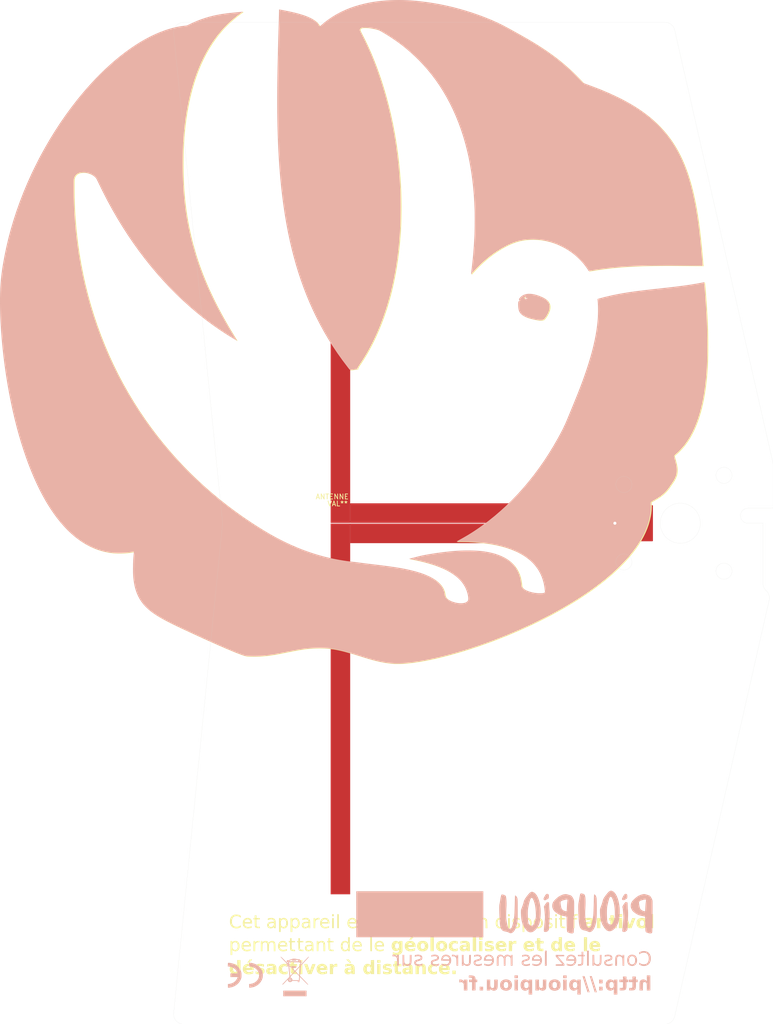
<source format=kicad_pcb>
(kicad_pcb (version 4) (host pcbnew 4.0.2-4+6225~38~ubuntu14.04.1-stable)
  (layers (0 F.Cu signal) (31 B.Cu signal) (34 B.Paste user) (35 F.Paste user) (36 B.SilkS user hide) (37 F.SilkS user hide) (38 B.Mask user hide) (39 F.Mask user hide) (44 Edge.Cuts user))
  (net 0 "")
  (net 1 /ANT_A)
  (net 2 /ANT_B)
  (net 3 /GND)
  (net 4 /TX)
  (module RG178_SOLDER (layer F.Cu) (at 228.4 150 350)
    (fp_text reference RG178_SOLDER (at -4.61 3.84 350) (layer F.SilkS) (effects (font (size 1.5 1.5))))
    (fp_text value VAL** (at -7.15 -3.4 350) (layer F.SilkS) (effects (font (size 1.5 1.5))))
    (pad 2 smd rect (at 3.5 0 350) (size 3 2) (layers F.Cu F.Paste F.Mask) (net 3 /GND))
    (pad 1 thru_hole circle (at 0 0 350) (size 1.5 1.5) (drill 0.6) (layers *.Mask F.Cu F.SilkS) (net 4 /TX))
  )
  (module ANTENNE (layer F.Cu) (at 175.5 150)
    (fp_text reference ANTENNE (at -3.6 -5.3) (layer F.SilkS))
    (fp_text value VAL** (at -2.5 -3.9) (layer F.SilkS))
    (pad 2 smd rect (at 25 2.025) (size 50 3.9) (layers F.Cu) (net 2 /ANT_B) (clearance 0.15))
    (pad 1 smd rect (at 25 -2.025) (size 50 3.9) (layers F.Cu) (net 1 /ANT_A) (clearance 0.15))
    (pad 2 smd rect (at -1.95 37.075) (size 3.9 74) (layers F.Cu) (net 2 /ANT_B) (clearance 0.15))
    (pad 1 smd rect (at -1.95 -37.075) (size 3.9 74) (layers F.Cu) (net 1 /ANT_A) (clearance 0.15))
  )
  (module SM0603 (layer F.Cu) (at 226.6 151.6 270)
    (fp_text reference SM0603 (at 0 0 270) (layer F.SilkS) (effects (font (size 0.508 0.4572) (thickness 0.1143))))
    (fp_text value Val** hide)
    (pad 1 smd rect (at -0.762 0 270) (size 0.635 1.143) (layers F.Cu F.Paste F.Mask) (net 4 /TX))
    (pad 2 smd rect (at 0.762 0 270) (size 0.635 1.143) (layers F.Cu F.Paste F.Mask) (net 2 /ANT_B))
  )
  (module SM0603 (layer F.Cu) (at 228.8 147.6)
    (fp_text reference SM0603 (at 0 0) (layer F.SilkS) (effects (font (size 0.508 0.4572) (thickness 0.1143))))
    (fp_text value Val** hide)
    (pad 1 smd rect (at -0.762 0) (size 0.635 1.143) (layers F.Cu F.Paste F.Mask) (net 1 /ANT_A))
    (pad 2 smd rect (at 0.762 0) (size 0.635 1.143) (layers F.Cu F.Paste F.Mask) (net 3 /GND))
  )
  (module SM0603 (layer F.Cu) (at 226.6 148.4 90)
    (fp_text reference SM0603 (at 0 0 90) (layer F.SilkS) (effects (font (size 0.508 0.4572) (thickness 0.1143))))
    (fp_text value Val** hide)
    (pad 1 smd rect (at -0.762 0 90) (size 0.635 1.143) (layers F.Cu F.Paste F.Mask) (net 4 /TX))
    (pad 2 smd rect (at 0.762 0 90) (size 0.635 1.143) (layers F.Cu F.Paste F.Mask) (net 1 /ANT_A))
  )
  (module SM0603 (layer F.Cu) (at 228.8 152.4 180)
    (fp_text reference SM0603 (at 0 0 180) (layer F.SilkS) (effects (font (size 0.508 0.4572) (thickness 0.1143))))
    (fp_text value Val** hide)
    (pad 1 smd rect (at -0.762 0 180) (size 0.635 1.143) (layers F.Cu F.Paste F.Mask) (net 3 /GND))
    (pad 2 smd rect (at 0.762 0 180) (size 0.635 1.143) (layers F.Cu F.Paste F.Mask) (net 2 /ANT_B))
  )
  (module libraries:tail-artwork-B-new (layer F.Cu) (at 177 141)
    (fp_text reference G*** hide)
    (fp_text value LOGO hide)
  )
  (module tail-artwork-a-ready:tail-artwork-a-ready (layer F.Cu) (at 172.25 145.75)
    (fp_text reference VAL hide)
    (fp_text value REF hide)
  )
  (gr_circle (center 250.199997 140.434835) (end 250.199997 142.042425) (layer Edge.Cuts) (width 0.01))
  (gr_circle (center 230.199997 142.266057) (end 230.199997 143.87442) (layer Edge.Cuts) (width 0.01))
  (gr_circle (center 230.199997 157.733882) (end 230.199997 159.342306) (layer Edge.Cuts) (width 0.01))
  (gr_circle (center 250.199997 159.565095) (end 250.199997 161.172754) (layer Edge.Cuts) (width 0.01))
  (gr_circle (center 241.467094 150) (end 241.467094 154) (layer Edge.Cuts) (width 0.01))
  (gr_circle (center 241.467094 150) (end 241.467094 154) (layer Edge.Cuts) (width 0.01))
  (gr_circle (center 230.199997 157.733882) (end 230.199997 159.342306) (layer Edge.Cuts) (width 0.01))
  (gr_circle (center 250.199997 140.434835) (end 250.199997 142.042425) (layer Edge.Cuts) (width 0.01))
  (gr_circle (center 230.199997 142.266057) (end 230.199997 143.87442) (layer Edge.Cuts) (width 0.01))
  (gr_circle (center 250.199997 159.565095) (end 250.199997 161.172754) (layer Edge.Cuts) (width 0.01))
  (gr_arc (start 255.000008 148.500003) (end 255 147) (angle -179.9) (layer Edge.Cuts) (width 0.01))
  (gr_arc (start 260 162.000001) (end 258 162) (angle -47.1) (layer Edge.Cuts) (width 0.01))
  (gr_arc (start 257.999992 138.22442) (end 260 138.224411) (angle -12.7) (layer Edge.Cuts) (width 0.01))
  (gr_arc (start 257.282012 164.934723) (end 259.232285 165.377959) (angle -59.9) (layer Edge.Cuts) (width 0.01))
  (gr_arc (start 238.403545 248) (end 238.403542 250) (angle -77.1) (layer Edge.Cuts) (width 0.01))
  (gr_arc (start 142.209975 247.999999) (end 140.219901 247.800995) (angle -95.7) (layer Edge.Cuts) (width 0.01))
  (gr_arc (start 142.209975 52.000001) (end 142.209975 50) (angle -95.7) (layer Edge.Cuts) (width 0.01))
  (gr_arc (start 238.403537 52) (end 240.353806 51.556755) (angle -77.1) (layer Edge.Cuts) (width 0.01))
  (gr_line (start 259.950264 137.781169) (end 240.353806 51.556755) (angle 90) (layer Edge.Cuts) (width 0.01))
  (gr_line (start 238.403542 50) (end 142.209975 50) (angle 90) (layer Edge.Cuts) (width 0.01))
  (gr_line (start 238.403542 250) (end 142.209975 250) (angle 90) (layer Edge.Cuts) (width 0.01))
  (gr_line (start 150 150) (end 140.219901 52.199005) (angle 90) (layer Edge.Cuts) (width 0.01))
  (gr_line (start 150 150) (end 140.219901 247.800995) (angle 90) (layer Edge.Cuts) (width 0.01))
  (gr_line (start 255 150) (end 258 150) (angle 90) (layer Edge.Cuts) (width 0.01))
  (gr_line (start 260 138.224411) (end 260 147) (angle 90) (layer Edge.Cuts) (width 0.01))
  (gr_line (start 258 150) (end 258 162) (angle 90) (layer Edge.Cuts) (width 0.01))
  (gr_line (start 260 147) (end 255 147) (angle 90) (layer Edge.Cuts) (width 0.01))
  (gr_line (start 259.232285 165.377959) (end 240.353806 248.443245) (angle 90) (layer Edge.Cuts) (width 0.01))
  (gr_line (start 259.232285 165.377959) (end 240.353806 248.443245) (angle 90) (layer Edge.Cuts) (width 0.01))
  (gr_line (start 238.403542 250) (end 142.209975 250) (angle 90) (layer Edge.Cuts) (width 0.01))
  (gr_line (start 140.219901 247.800995) (end 150 150) (angle 90) (layer Edge.Cuts) (width 0.01))
  (gr_line (start 150 150) (end 140.219901 52.199005) (angle 90) (layer Edge.Cuts) (width 0.01))
  (gr_line (start 240.353806 51.556755) (end 259.950264 137.781169) (angle 90) (layer Edge.Cuts) (width 0.01))
  (gr_line (start 260 138.224411) (end 260 147) (angle 90) (layer Edge.Cuts) (width 0.01))
  (gr_line (start 260 147) (end 255 147) (angle 90) (layer Edge.Cuts) (width 0.01))
  (gr_line (start 255 150) (end 258 150) (angle 90) (layer Edge.Cuts) (width 0.01))
  (gr_line (start 258 150) (end 258 162) (angle 90) (layer Edge.Cuts) (width 0.01))
  (gr_line (start 142.209975 50) (end 238.403542 50) (angle 90) (layer Edge.Cuts) (width 0.01))
  (gr_arc (start 260 162.000001) (end 258 162) (angle -47.1) (layer Edge.Cuts) (width 0.01))
  (gr_arc (start 257.282012 164.934723) (end 259.232285 165.377959) (angle -59.9) (layer Edge.Cuts) (width 0.01))
  (gr_arc (start 238.403545 248) (end 238.403542 250) (angle -77.1) (layer Edge.Cuts) (width 0.01))
  (gr_arc (start 142.209975 247.999999) (end 140.219901 247.800995) (angle -95.7) (layer Edge.Cuts) (width 0.01))
  (gr_arc (start 142.209975 52.000001) (end 142.209975 50) (angle -95.7) (layer Edge.Cuts) (width 0.01))
  (gr_arc (start 238.403537 52) (end 240.353806 51.556755) (angle -77.1) (layer Edge.Cuts) (width 0.01))
  (gr_arc (start 257.999992 138.22442) (end 260 138.224411) (angle -12.7) (layer Edge.Cuts) (width 0.01))
  (gr_arc (start 255.000008 148.500003) (end 255 147) (angle -179.9) (layer Edge.Cuts) (width 0.01))
  (segment (start 226.6 147.638) (end 200.837 147.638) (width 0.3) (layer F.Cu) (net 1))
  (segment (start 200.837 147.638) (end 200.5 147.975) (width 0.3) (layer F.Cu) (net 1))
  (segment (start 228.038 147.6) (end 226.638 147.6) (width 0.3) (layer F.Cu) (net 1))
  (segment (start 226.638 147.6) (end 226.6 147.638) (width 0.3) (layer F.Cu) (net 1))
  (segment (start 199.975 147) (end 199 147.975) (width 0.3) (layer F.Cu) (net 1))
  (segment (start 200.025 149) (end 199 147.975) (width 0.3) (layer F.Cu) (net 1))
  (segment (start 226.6 152.362) (end 200.837 152.362) (width 0.3) (layer F.Cu) (net 2))
  (segment (start 200.837 152.362) (end 200.5 152.025) (width 0.3) (layer F.Cu) (net 2))
  (segment (start 228.038 152.4) (end 226.638 152.4) (width 0.3) (layer F.Cu) (net 2))
  (segment (start 226.638 152.4) (end 226.6 152.362) (width 0.3) (layer F.Cu) (net 2))
  (segment (start 199.975 153) (end 199 152.025) (width 0.3) (layer F.Cu) (net 2))
  (segment (start 200.025 151) (end 199 152.025) (width 0.3) (layer F.Cu) (net 2))
  (segment (start 229.562 152.4) (end 231 152.4) (width 0.3) (layer F.Cu) (net 3))
  (segment (start 229.562 147.6) (end 230.8 147.6) (width 0.3) (layer F.Cu) (net 3))
  (segment (start 226.6 150) (end 226.6 150.838) (width 0.3) (layer F.Cu) (net 4))
  (segment (start 228.4 150) (end 226.6 150) (width 0.3) (layer F.Cu) (net 4))
  (segment (start 226.6 150) (end 226.6 149.162) (width 0.3) (layer F.Cu) (net 4))
  (zone (net 3) (net_name /GND) (layer F.Cu) (connect_pads yes (clearance 0.508)) (min_thickness 0.254) (fill (arc_segments 16) (thermal_gap 0.508) (thermal_bridge_width 0.508))
    (polygon (pts (xy 230.2 146.4) (xy 230.2 153.6) (xy 236 153.6) (xy 236 146.4)))
  )
)
</source>
